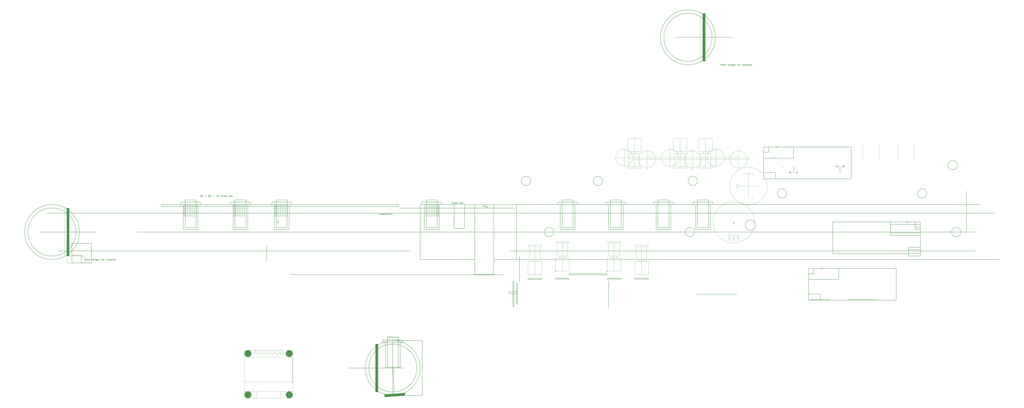
<source format=gbr>
%TF.GenerationSoftware,KiCad,Pcbnew,(6.0.5)*%
%TF.CreationDate,2022-07-01T10:57:45+02:00*%
%TF.ProjectId,clarinoid-bodytest,636c6172-696e-46f6-9964-2d626f647974,rev?*%
%TF.SameCoordinates,Original*%
%TF.FileFunction,Other,Comment*%
%FSLAX46Y46*%
G04 Gerber Fmt 4.6, Leading zero omitted, Abs format (unit mm)*
G04 Created by KiCad (PCBNEW (6.0.5)) date 2022-07-01 10:57:45*
%MOMM*%
%LPD*%
G01*
G04 APERTURE LIST*
%ADD10C,0.150000*%
%ADD11C,0.200000*%
%ADD12C,0.050000*%
%ADD13C,0.000000*%
%ADD14C,0.120000*%
%ADD15C,2.000000*%
G04 APERTURE END LIST*
D10*
X-132176207Y-252392523D02*
X-114676207Y-252392523D01*
X-114676207Y-252392523D02*
X-114676207Y-258892523D01*
X-114676207Y-258892523D02*
X-132176207Y-258892523D01*
X-132176207Y-258892523D02*
X-132176207Y-252392523D01*
X-465839196Y-212497034D02*
X-459439196Y-212497034D01*
X-459439196Y-212497034D02*
X-459439196Y-228597034D01*
X-459439196Y-228597034D02*
X-465839196Y-228597034D01*
X-465839196Y-228597034D02*
X-465839196Y-212497034D01*
X-130176207Y-270892523D02*
X-120376207Y-270892523D01*
X-120376207Y-270892523D02*
X-120376207Y-270392523D01*
X-120376207Y-270392523D02*
X-130176207Y-270392523D01*
X-130176207Y-270392523D02*
X-130176207Y-270892523D01*
X-466889196Y-229697034D02*
X-458389196Y-229697034D01*
X-458389196Y-229697034D02*
X-458389196Y-215197034D01*
X-458389196Y-215197034D02*
X-466889196Y-215197034D01*
X-466889196Y-215197034D02*
X-466889196Y-229697034D01*
D11*
X-124158886Y-252392523D02*
G75*
G03*
X-124158886Y-252392523I-297321J0D01*
G01*
D10*
X-132176207Y-252392523D02*
X-129176207Y-252392523D01*
X-129176207Y-252392523D02*
X-129176207Y-255392523D01*
X-129176207Y-255392523D02*
X-132176207Y-255392523D01*
X-132176207Y-255392523D02*
X-132176207Y-252392523D01*
X-399961927Y-310437033D02*
X-367089466Y-310437033D01*
X-368289467Y-295537033D02*
X-379789468Y-295537033D01*
X-379789467Y-294037033D01*
X-368289467Y-294037033D01*
X-368289467Y-295537033D01*
X-303426696Y-217197034D02*
X-370289196Y-217197034D01*
X-494839196Y-212497034D02*
X-488439196Y-212497034D01*
X-488439196Y-212497034D02*
X-488439196Y-228597034D01*
X-488439196Y-228597034D02*
X-494839196Y-228597034D01*
X-494839196Y-228597034D02*
X-494839196Y-212497034D01*
X-332339196Y-215197034D02*
X-338339196Y-215197034D01*
X-338339196Y-215197034D02*
X-338339196Y-229197034D01*
X-338339196Y-229197034D02*
X-332339196Y-229197034D01*
X-332339196Y-229197034D02*
X-332339196Y-215197034D01*
X-364139196Y-242197034D02*
X-568639196Y-242197034D01*
X-494389196Y-222197034D02*
X-494389196Y-215197034D01*
X-558265196Y-231197034D02*
G75*
G03*
X-558265196Y-231197034I-14000000J0D01*
G01*
X-35251696Y-231197034D02*
X-522626696Y-231197034D01*
X-302139196Y-215197034D02*
X-315339196Y-215197034D01*
X-315339196Y-215197034D02*
X-315339196Y-247197034D01*
X-315339196Y-247197034D02*
X-302139196Y-247197034D01*
X-302139196Y-247197034D02*
X-302139196Y-215197034D01*
X-459389196Y-222197034D02*
X-459389196Y-215197034D01*
X-347589196Y-215197034D02*
X-347589196Y-222197034D01*
D12*
X-194887926Y-106697034D02*
X-193851696Y-106697034D01*
X-193851696Y-106697034D02*
X-193851696Y-128697034D01*
X-193851696Y-128697034D02*
X-194887926Y-128697034D01*
X-194887926Y-128697034D02*
X-194887926Y-106697034D01*
D10*
X-437389196Y-222197034D02*
X-437389196Y-215197034D01*
X-302139196Y-247197034D02*
X-21139196Y-247197034D01*
X-444389196Y-215197034D02*
X-432889196Y-215197034D01*
X-432889196Y-215197034D02*
X-432889196Y-213697034D01*
X-432889196Y-213697034D02*
X-444389196Y-213697034D01*
X-444389196Y-213697034D02*
X-444389196Y-215197034D01*
X-196789196Y-228597034D02*
X-190389196Y-228597034D01*
X-190389196Y-228597034D02*
X-190389196Y-212497034D01*
X-190389196Y-212497034D02*
X-196789196Y-212497034D01*
X-196789196Y-212497034D02*
X-196789196Y-228597034D01*
X-442389196Y-222197034D02*
X-442389196Y-215197034D01*
X-132176207Y-252392523D02*
X-81176207Y-252392523D01*
X-81176207Y-252392523D02*
X-81176207Y-270892523D01*
X-81176207Y-270892523D02*
X-132176207Y-270892523D01*
X-132176207Y-270892523D02*
X-132176207Y-252392523D01*
X-492389196Y-222197034D02*
X-492389196Y-215197034D01*
X-233339196Y-258597034D02*
X-225339196Y-258597034D01*
X-225339196Y-258597034D02*
X-225339196Y-258097034D01*
X-225339196Y-258097034D02*
X-233339196Y-258097034D01*
X-233339196Y-258097034D02*
X-233339196Y-258597034D01*
X-489389196Y-215197034D02*
X-489389196Y-222197034D01*
X-463389196Y-222197034D02*
X-463389196Y-215197034D01*
X-462389196Y-215197034D02*
X-462389196Y-222197034D01*
X-465389196Y-222197034D02*
X-465389196Y-215197034D01*
X-438389196Y-215197034D02*
X-438389196Y-222197034D01*
X-67119196Y-241522034D02*
X-73989196Y-241522034D01*
X-73989196Y-241522034D02*
X-73989196Y-245197034D01*
X-73989196Y-245197034D02*
X-67119196Y-245197034D01*
X-67119196Y-245197034D02*
X-67119196Y-241522034D01*
X-357089196Y-213697034D02*
X-345589196Y-213697034D01*
X-345589196Y-213697034D02*
X-345589196Y-215197034D01*
X-345589196Y-215197034D02*
X-357089196Y-215197034D01*
X-357089196Y-215197034D02*
X-357089196Y-213697034D01*
X-370639196Y-215197034D02*
X-508639196Y-215197034D01*
X-508639196Y-215197034D02*
X-508639196Y-216197034D01*
X-508639196Y-216197034D02*
X-370639196Y-216197034D01*
X-370639196Y-216197034D02*
X-370639196Y-215197034D01*
X-188351696Y-117697034D02*
G75*
G03*
X-188351696Y-117697034I-14000000J0D01*
G01*
D12*
X-564801426Y-220197034D02*
X-563765196Y-220197034D01*
X-563765196Y-220197034D02*
X-563765196Y-242197034D01*
X-563765196Y-242197034D02*
X-564801426Y-242197034D01*
X-564801426Y-242197034D02*
X-564801426Y-220197034D01*
D10*
X-175551696Y-226197034D02*
G75*
G03*
X-175551696Y-226197034I-200000J0D01*
G01*
X-579201427Y-231197034D02*
X-546328966Y-231197034D01*
X-377239467Y-292837033D02*
X-370839467Y-292837033D01*
X-370839467Y-292837033D02*
X-370839467Y-292202033D01*
X-370839467Y-292202033D02*
X-377239467Y-292202033D01*
X-377239467Y-292202033D02*
X-377239467Y-292837033D01*
X-556251426Y-231197034D02*
G75*
G03*
X-556251426Y-231197034I-16000000J0D01*
G01*
X-70119196Y-229697034D02*
X-67119196Y-229697034D01*
X-67119196Y-229697034D02*
X-67119196Y-226697034D01*
X-67119196Y-226697034D02*
X-70119196Y-226697034D01*
X-70119196Y-226697034D02*
X-70119196Y-229697034D01*
X-348589196Y-215197034D02*
X-348589196Y-222197034D01*
X-495889196Y-229697034D02*
X-487389196Y-229697034D01*
X-487389196Y-229697034D02*
X-487389196Y-215197034D01*
X-487389196Y-215197034D02*
X-495889196Y-215197034D01*
X-495889196Y-215197034D02*
X-495889196Y-229697034D01*
X-84619196Y-233197034D02*
X-67119196Y-233197034D01*
X-67119196Y-233197034D02*
X-67119196Y-226697034D01*
X-67119196Y-226697034D02*
X-84619196Y-226697034D01*
X-84619196Y-226697034D02*
X-84619196Y-233197034D01*
X-370626696Y-220162034D02*
X-24026696Y-220162034D01*
X-370839467Y-310037033D02*
X-377239467Y-310037033D01*
X-377239467Y-292837033D01*
X-370839467Y-292837033D01*
X-370839467Y-310037033D01*
X-468389196Y-215197034D02*
X-456889196Y-215197034D01*
X-456889196Y-215197034D02*
X-456889196Y-213697034D01*
X-456889196Y-213697034D02*
X-468389196Y-213697034D01*
X-468389196Y-213697034D02*
X-468389196Y-215197034D01*
X-497389196Y-215197034D02*
X-485889196Y-215197034D01*
X-485889196Y-215197034D02*
X-485889196Y-213697034D01*
X-485889196Y-213697034D02*
X-497389196Y-213697034D01*
X-497389196Y-213697034D02*
X-497389196Y-215197034D01*
X-349589196Y-215197034D02*
X-349589196Y-222197034D01*
X-442889196Y-229697034D02*
X-434389196Y-229697034D01*
X-434389196Y-229697034D02*
X-434389196Y-215197034D01*
X-434389196Y-215197034D02*
X-442889196Y-215197034D01*
X-442889196Y-215197034D02*
X-442889196Y-229697034D01*
X-440439196Y-225277034D02*
G75*
G03*
X-440439196Y-225277034I-500000J0D01*
G01*
X-447439196Y-248277034D02*
X-447439196Y-239277034D01*
X-495389196Y-222197034D02*
X-495389196Y-215197034D01*
D13*
G36*
X-366851878Y-326517994D02*
G01*
X-378822646Y-327355072D01*
X-378934257Y-325758970D01*
X-366963488Y-324921892D01*
X-366851878Y-326517994D01*
G37*
D10*
X-248589196Y-215197034D02*
X-240089196Y-215197034D01*
X-240089196Y-215197034D02*
X-240089196Y-229697034D01*
X-240089196Y-229697034D02*
X-248589196Y-229697034D01*
X-248589196Y-229697034D02*
X-248589196Y-215197034D01*
X-370626696Y-220162034D02*
X-575126696Y-220162034D01*
X-199339196Y-213697034D02*
X-187839196Y-213697034D01*
X-187839196Y-213697034D02*
X-187839196Y-215197034D01*
X-187839196Y-215197034D02*
X-199339196Y-215197034D01*
X-199339196Y-215197034D02*
X-199339196Y-213697034D01*
X-488389196Y-222197034D02*
X-488389196Y-215197034D01*
X-275539196Y-228597034D02*
X-269139196Y-228597034D01*
X-269139196Y-228597034D02*
X-269139196Y-212497034D01*
X-269139196Y-212497034D02*
X-275539196Y-212497034D01*
X-275539196Y-212497034D02*
X-275539196Y-228597034D01*
G36*
X-382525697Y-324437033D02*
G01*
X-384125697Y-324437033D01*
X-384125697Y-296437033D01*
X-382525697Y-296437033D01*
X-382525697Y-324437033D01*
G37*
X-350589196Y-215197034D02*
X-350589196Y-222197034D01*
X-351589196Y-222197034D02*
X-351589196Y-215197034D01*
X-461389196Y-222197034D02*
X-461389196Y-215197034D01*
X-358039467Y-310437033D02*
G75*
G03*
X-358039467Y-310437033I-16000000J0D01*
G01*
X-249144196Y-253962034D02*
G75*
G03*
X-249144196Y-253962034I-250000J0D01*
G01*
D12*
X-564801426Y-217197034D02*
X-563765196Y-217197034D01*
X-563765196Y-217197034D02*
X-563765196Y-220197034D01*
X-563765196Y-220197034D02*
X-564801426Y-220197034D01*
X-564801426Y-220197034D02*
X-564801426Y-217197034D01*
G36*
X-192251696Y-103697034D02*
G01*
X-193851696Y-103697034D01*
X-193851696Y-131697034D01*
X-192251696Y-131697034D01*
X-192251696Y-103697034D01*
G37*
D10*
X-125306207Y-267217523D02*
X-132176207Y-267217523D01*
X-132176207Y-267217523D02*
X-132176207Y-270892523D01*
X-132176207Y-270892523D02*
X-125306207Y-270892523D01*
X-125306207Y-270892523D02*
X-125306207Y-267217523D01*
X-466389196Y-222197034D02*
X-466389196Y-215197034D01*
X-354589196Y-215197034D02*
X-354589196Y-222197034D01*
X-219789196Y-228597034D02*
X-213389196Y-228597034D01*
X-213389196Y-228597034D02*
X-213389196Y-212497034D01*
X-213389196Y-212497034D02*
X-219789196Y-212497034D01*
X-219789196Y-212497034D02*
X-219789196Y-228597034D01*
X-209287927Y-117697034D02*
X-176415466Y-117697034D01*
X-303639196Y-259697034D02*
X-304139196Y-259697034D01*
X-304139196Y-259697034D02*
X-304139196Y-274697034D01*
X-304139196Y-274697034D02*
X-303639196Y-274697034D01*
X-303639196Y-274697034D02*
X-303639196Y-259697034D01*
X-197851696Y-267397034D02*
X-173851696Y-267397034D01*
X-440389196Y-222197034D02*
X-440389196Y-215197034D01*
X-40339196Y-231197034D02*
X-40339196Y-207197034D01*
D11*
X-248540174Y-259697034D02*
X-248540174Y-275197034D01*
D10*
X-276589196Y-215197034D02*
X-268089196Y-215197034D01*
X-268089196Y-215197034D02*
X-268089196Y-229697034D01*
X-268089196Y-229697034D02*
X-276589196Y-229697034D01*
X-276589196Y-229697034D02*
X-276589196Y-215197034D01*
D12*
X-194887926Y-103697034D02*
X-193851696Y-103697034D01*
X-193851696Y-103697034D02*
X-193851696Y-106697034D01*
X-193851696Y-106697034D02*
X-194887926Y-106697034D01*
X-194887926Y-106697034D02*
X-194887926Y-103697034D01*
D10*
X-220839196Y-215197034D02*
X-212339196Y-215197034D01*
X-212339196Y-215197034D02*
X-212339196Y-229697034D01*
X-212339196Y-229697034D02*
X-220839196Y-229697034D01*
X-220839196Y-229697034D02*
X-220839196Y-215197034D01*
X-315339196Y-215197034D02*
X-326339196Y-215197034D01*
X-326339196Y-215197034D02*
X-326339196Y-256197034D01*
X-326339196Y-256197034D02*
X-315339196Y-256197034D01*
X-315339196Y-256197034D02*
X-315339196Y-215197034D01*
X-433581696Y-255962034D02*
X-309394196Y-255962034D01*
X-352589196Y-215197034D02*
X-352589196Y-222197034D01*
D12*
X-564801426Y-242197034D02*
X-563765196Y-242197034D01*
X-563765196Y-242197034D02*
X-563765196Y-245197034D01*
X-563765196Y-245197034D02*
X-564801426Y-245197034D01*
X-564801426Y-245197034D02*
X-564801426Y-242197034D01*
D10*
X-360025697Y-310437033D02*
G75*
G03*
X-360025697Y-310437033I-14000000J0D01*
G01*
X-305639196Y-242197034D02*
X-35139196Y-242197034D01*
X-301526696Y-267197034D02*
X-306526696Y-267197034D01*
X-306526696Y-267197034D02*
X-306526696Y-265997034D01*
X-306526696Y-265997034D02*
X-301526696Y-265997034D01*
X-301526696Y-265997034D02*
X-301526696Y-267197034D01*
X-436389196Y-215197034D02*
X-436389196Y-222197034D01*
X-441839196Y-212497034D02*
X-435439196Y-212497034D01*
X-435439196Y-212497034D02*
X-435439196Y-228597034D01*
X-435439196Y-228597034D02*
X-441839196Y-228597034D01*
X-441839196Y-228597034D02*
X-441839196Y-212497034D01*
X-354539196Y-228597034D02*
X-348139196Y-228597034D01*
X-348139196Y-228597034D02*
X-348139196Y-212497034D01*
X-348139196Y-212497034D02*
X-354539196Y-212497034D01*
X-354539196Y-212497034D02*
X-354539196Y-228597034D01*
X-374025697Y-310437033D02*
X-373063197Y-324402033D01*
X-464389196Y-222197034D02*
X-464389196Y-215197034D01*
X-326339196Y-215197034D02*
X-358039196Y-215197034D01*
X-358039196Y-215197034D02*
X-358039196Y-247197034D01*
X-358039196Y-247197034D02*
X-326339196Y-247197034D01*
X-326339196Y-247197034D02*
X-326339196Y-215197034D01*
X-374039467Y-294437033D02*
X-356863197Y-294437033D01*
X-356863197Y-294437033D02*
X-356863197Y-326437033D01*
X-356863197Y-326437033D02*
X-374039467Y-326437033D01*
X-374039467Y-326437033D02*
X-374039467Y-294437033D01*
X-301526696Y-261197034D02*
X-302026696Y-261197034D01*
X-302026696Y-261197034D02*
X-302026696Y-273197034D01*
X-302026696Y-273197034D02*
X-301526696Y-273197034D01*
X-301526696Y-273197034D02*
X-301526696Y-261197034D01*
X-560658158Y-249197034D02*
X-549365196Y-249197034D01*
X-549365196Y-249197034D02*
X-549365196Y-237797034D01*
X-549365196Y-237797034D02*
X-560658158Y-237797034D01*
X-560658158Y-237797034D02*
X-560658158Y-249197034D01*
X-279144196Y-253962034D02*
G75*
G03*
X-279144196Y-253962034I-250000J0D01*
G01*
D12*
X-553128966Y-245197034D02*
X-563765196Y-245197034D01*
X-563765196Y-245197034D02*
X-563765196Y-249197034D01*
X-563765196Y-249197034D02*
X-553128966Y-249197034D01*
X-553128966Y-249197034D02*
X-553128966Y-245197034D01*
D10*
X-197839196Y-215197034D02*
X-189339196Y-215197034D01*
X-189339196Y-215197034D02*
X-189339196Y-229697034D01*
X-189339196Y-229697034D02*
X-197839196Y-229697034D01*
X-197839196Y-229697034D02*
X-197839196Y-215197034D01*
X-369789467Y-310037033D02*
X-378289468Y-310037033D01*
X-378289468Y-295537033D01*
X-369789467Y-295537033D01*
X-369789467Y-310037033D01*
X-279339196Y-258597034D02*
X-271339196Y-258597034D01*
X-271339196Y-258597034D02*
X-271339196Y-258097034D01*
X-271339196Y-258097034D02*
X-279339196Y-258097034D01*
X-279339196Y-258097034D02*
X-279339196Y-258597034D01*
X-278089196Y-213697034D02*
X-266589196Y-213697034D01*
X-266589196Y-213697034D02*
X-266589196Y-215197034D01*
X-266589196Y-215197034D02*
X-278089196Y-215197034D01*
X-278089196Y-215197034D02*
X-278089196Y-213697034D01*
X-250089196Y-213697034D02*
X-238589196Y-213697034D01*
X-238589196Y-213697034D02*
X-238589196Y-215197034D01*
X-238589196Y-215197034D02*
X-250089196Y-215197034D01*
X-250089196Y-215197034D02*
X-250089196Y-213697034D01*
X-222339196Y-213697034D02*
X-210839196Y-213697034D01*
X-210839196Y-213697034D02*
X-210839196Y-215197034D01*
X-210839196Y-215197034D02*
X-222339196Y-215197034D01*
X-222339196Y-215197034D02*
X-222339196Y-213697034D01*
D12*
X-194887926Y-128697034D02*
X-193851696Y-128697034D01*
X-193851696Y-128697034D02*
X-193851696Y-131697034D01*
X-193851696Y-131697034D02*
X-194887926Y-131697034D01*
X-194887926Y-131697034D02*
X-194887926Y-128697034D01*
D10*
X-355589196Y-215197034D02*
X-347089196Y-215197034D01*
X-347089196Y-215197034D02*
X-347089196Y-229697034D01*
X-347089196Y-229697034D02*
X-355589196Y-229697034D01*
X-355589196Y-229697034D02*
X-355589196Y-215197034D01*
X-249339196Y-258597034D02*
X-241339196Y-258597034D01*
X-241339196Y-258597034D02*
X-241339196Y-258097034D01*
X-241339196Y-258097034D02*
X-249339196Y-258097034D01*
X-249339196Y-258097034D02*
X-249339196Y-258597034D01*
X-435389196Y-222197034D02*
X-435389196Y-215197034D01*
X-295389196Y-258797034D02*
X-287389196Y-258797034D01*
X-287389196Y-258797034D02*
X-287389196Y-258297034D01*
X-287389196Y-258297034D02*
X-295389196Y-258297034D01*
X-295389196Y-258297034D02*
X-295389196Y-258797034D01*
X-108676207Y-270892523D02*
X-93926207Y-270892523D01*
X-93926207Y-270892523D02*
X-93926207Y-270392523D01*
X-93926207Y-270392523D02*
X-108676207Y-270392523D01*
X-108676207Y-270392523D02*
X-108676207Y-270892523D01*
X-491389196Y-215197034D02*
X-491389196Y-222197034D01*
X-186337926Y-117697034D02*
G75*
G03*
X-186337926Y-117697034I-16000000J0D01*
G01*
X-353589196Y-222197034D02*
X-353589196Y-215197034D01*
X-560658158Y-244697034D02*
X-555265196Y-244697034D01*
X-555265196Y-244697034D02*
X-555265196Y-249197034D01*
X-555265196Y-249197034D02*
X-560658158Y-249197034D01*
X-560658158Y-249197034D02*
X-560658158Y-244697034D01*
X-460389196Y-215197034D02*
X-460389196Y-222197034D01*
X-441389196Y-222197034D02*
X-441389196Y-215197034D01*
X-247539196Y-228597034D02*
X-241139196Y-228597034D01*
X-241139196Y-228597034D02*
X-241139196Y-212497034D01*
X-241139196Y-212497034D02*
X-247539196Y-212497034D01*
X-247539196Y-212497034D02*
X-247539196Y-228597034D01*
X-493389196Y-222197034D02*
X-493389196Y-215197034D01*
X-300339196Y-245197034D02*
X-300339196Y-260197034D01*
X-302139196Y-215197034D02*
X-32039196Y-215197034D01*
X-271394196Y-256197034D02*
X-249394196Y-256197034D01*
X-249394196Y-256197034D02*
X-249394196Y-255432034D01*
X-249394196Y-255432034D02*
X-271394196Y-255432034D01*
X-271394196Y-255432034D02*
X-271394196Y-256197034D01*
X-439389196Y-222197034D02*
X-439389196Y-215197034D01*
X-490389196Y-222197034D02*
X-490389196Y-215197034D01*
G36*
X-562165196Y-217197034D02*
G01*
X-563765196Y-217197034D01*
X-563765196Y-245197034D01*
X-562165196Y-245197034D01*
X-562165196Y-217197034D01*
G37*
X-321553481Y-216649414D02*
X-321553481Y-215982748D01*
X-321553481Y-216173224D02*
X-321505862Y-216077986D01*
X-321458243Y-216030367D01*
X-321363005Y-215982748D01*
X-321267767Y-215982748D01*
X-320934434Y-216649414D02*
X-320934434Y-215982748D01*
X-320934434Y-215649414D02*
X-320982053Y-215697034D01*
X-320934434Y-215744653D01*
X-320886815Y-215697034D01*
X-320934434Y-215649414D01*
X-320934434Y-215744653D01*
X-320458243Y-215982748D02*
X-320458243Y-216649414D01*
X-320458243Y-216077986D02*
X-320410624Y-216030367D01*
X-320315386Y-215982748D01*
X-320172529Y-215982748D01*
X-320077291Y-216030367D01*
X-320029672Y-216125605D01*
X-320029672Y-216649414D01*
X-319124910Y-215982748D02*
X-319124910Y-216792272D01*
X-319172529Y-216887510D01*
X-319220148Y-216935129D01*
X-319315386Y-216982748D01*
X-319458243Y-216982748D01*
X-319553481Y-216935129D01*
X-319124910Y-216601795D02*
X-319220148Y-216649414D01*
X-319410624Y-216649414D01*
X-319505862Y-216601795D01*
X-319553481Y-216554176D01*
X-319601100Y-216458938D01*
X-319601100Y-216173224D01*
X-319553481Y-216077986D01*
X-319505862Y-216030367D01*
X-319410624Y-215982748D01*
X-319220148Y-215982748D01*
X-319124910Y-216030367D01*
X-374948719Y-220625605D02*
X-374615386Y-220625605D01*
X-374615386Y-221149414D02*
X-374615386Y-220149414D01*
X-375091576Y-220149414D01*
X-375377291Y-220149414D02*
X-376043957Y-221149414D01*
X-376043957Y-220149414D02*
X-375377291Y-221149414D01*
X-377567767Y-221101795D02*
X-377472529Y-221149414D01*
X-377282053Y-221149414D01*
X-377186815Y-221101795D01*
X-377139196Y-221006557D01*
X-377139196Y-220625605D01*
X-377186815Y-220530367D01*
X-377282053Y-220482748D01*
X-377472529Y-220482748D01*
X-377567767Y-220530367D01*
X-377615386Y-220625605D01*
X-377615386Y-220720843D01*
X-377139196Y-220816081D01*
X-378043957Y-220482748D02*
X-378043957Y-221149414D01*
X-378043957Y-220577986D02*
X-378091576Y-220530367D01*
X-378186815Y-220482748D01*
X-378329672Y-220482748D01*
X-378424910Y-220530367D01*
X-378472529Y-220625605D01*
X-378472529Y-221149414D01*
X-379377291Y-221149414D02*
X-379377291Y-220625605D01*
X-379329672Y-220530367D01*
X-379234434Y-220482748D01*
X-379043957Y-220482748D01*
X-378948719Y-220530367D01*
X-379377291Y-221101795D02*
X-379282053Y-221149414D01*
X-379043957Y-221149414D01*
X-378948719Y-221101795D01*
X-378901100Y-221006557D01*
X-378901100Y-220911319D01*
X-378948719Y-220816081D01*
X-379043957Y-220768462D01*
X-379282053Y-220768462D01*
X-379377291Y-220720843D01*
X-379853481Y-221149414D02*
X-379853481Y-220149414D01*
X-379853481Y-220530367D02*
X-379948719Y-220482748D01*
X-380139196Y-220482748D01*
X-380234434Y-220530367D01*
X-380282053Y-220577986D01*
X-380329672Y-220673224D01*
X-380329672Y-220958938D01*
X-380282053Y-221054176D01*
X-380234434Y-221101795D01*
X-380139196Y-221149414D01*
X-379948719Y-221149414D01*
X-379853481Y-221101795D01*
X-380901100Y-221149414D02*
X-380805862Y-221101795D01*
X-380758243Y-221006557D01*
X-380758243Y-220149414D01*
X-381663005Y-221101795D02*
X-381567767Y-221149414D01*
X-381377291Y-221149414D01*
X-381282053Y-221101795D01*
X-381234434Y-221006557D01*
X-381234434Y-220625605D01*
X-381282053Y-220530367D01*
X-381377291Y-220482748D01*
X-381567767Y-220482748D01*
X-381663005Y-220530367D01*
X-381710624Y-220625605D01*
X-381710624Y-220720843D01*
X-381234434Y-220816081D01*
X-182875505Y-133482748D02*
X-182875505Y-134149414D01*
X-183113600Y-133101795D02*
X-183351696Y-133816081D01*
X-182732648Y-133816081D01*
X-182351696Y-134149414D02*
X-182351696Y-133482748D01*
X-182351696Y-133577986D02*
X-182304076Y-133530367D01*
X-182208838Y-133482748D01*
X-182065981Y-133482748D01*
X-181970743Y-133530367D01*
X-181923124Y-133625605D01*
X-181923124Y-134149414D01*
X-181923124Y-133625605D02*
X-181875505Y-133530367D01*
X-181780267Y-133482748D01*
X-181637410Y-133482748D01*
X-181542172Y-133530367D01*
X-181494553Y-133625605D01*
X-181494553Y-134149414D01*
X-181018362Y-134149414D02*
X-181018362Y-133482748D01*
X-181018362Y-133577986D02*
X-180970743Y-133530367D01*
X-180875505Y-133482748D01*
X-180732648Y-133482748D01*
X-180637410Y-133530367D01*
X-180589791Y-133625605D01*
X-180589791Y-134149414D01*
X-180589791Y-133625605D02*
X-180542172Y-133530367D01*
X-180446934Y-133482748D01*
X-180304076Y-133482748D01*
X-180208838Y-133530367D01*
X-180161219Y-133625605D01*
X-180161219Y-134149414D01*
X-178780267Y-134149414D02*
X-178875505Y-134101795D01*
X-178923124Y-134006557D01*
X-178923124Y-133149414D01*
X-178256457Y-134149414D02*
X-178351696Y-134101795D01*
X-178399315Y-134054176D01*
X-178446934Y-133958938D01*
X-178446934Y-133673224D01*
X-178399315Y-133577986D01*
X-178351696Y-133530367D01*
X-178256457Y-133482748D01*
X-178113600Y-133482748D01*
X-178018362Y-133530367D01*
X-177970743Y-133577986D01*
X-177923124Y-133673224D01*
X-177923124Y-133958938D01*
X-177970743Y-134054176D01*
X-178018362Y-134101795D01*
X-178113600Y-134149414D01*
X-178256457Y-134149414D01*
X-177494553Y-133482748D02*
X-177494553Y-134149414D01*
X-177494553Y-133577986D02*
X-177446934Y-133530367D01*
X-177351696Y-133482748D01*
X-177208838Y-133482748D01*
X-177113600Y-133530367D01*
X-177065981Y-133625605D01*
X-177065981Y-134149414D01*
X-176161219Y-133482748D02*
X-176161219Y-134292272D01*
X-176208838Y-134387510D01*
X-176256457Y-134435129D01*
X-176351696Y-134482748D01*
X-176494553Y-134482748D01*
X-176589791Y-134435129D01*
X-176161219Y-134101795D02*
X-176256457Y-134149414D01*
X-176446934Y-134149414D01*
X-176542172Y-134101795D01*
X-176589791Y-134054176D01*
X-176637410Y-133958938D01*
X-176637410Y-133673224D01*
X-176589791Y-133577986D01*
X-176542172Y-133530367D01*
X-176446934Y-133482748D01*
X-176256457Y-133482748D01*
X-176161219Y-133530367D01*
X-175304076Y-134101795D02*
X-175399315Y-134149414D01*
X-175589791Y-134149414D01*
X-175685029Y-134101795D01*
X-175732648Y-134006557D01*
X-175732648Y-133625605D01*
X-175685029Y-133530367D01*
X-175589791Y-133482748D01*
X-175399315Y-133482748D01*
X-175304076Y-133530367D01*
X-175256457Y-133625605D01*
X-175256457Y-133720843D01*
X-175732648Y-133816081D01*
X-174827886Y-134149414D02*
X-174827886Y-133482748D01*
X-174827886Y-133673224D02*
X-174780267Y-133577986D01*
X-174732648Y-133530367D01*
X-174637410Y-133482748D01*
X-174542172Y-133482748D01*
X-173589791Y-133482748D02*
X-173208838Y-133482748D01*
X-173446934Y-134149414D02*
X-173446934Y-133292272D01*
X-173399315Y-133197034D01*
X-173304076Y-133149414D01*
X-173208838Y-133149414D01*
X-172732648Y-134149414D02*
X-172827886Y-134101795D01*
X-172875505Y-134054176D01*
X-172923124Y-133958938D01*
X-172923124Y-133673224D01*
X-172875505Y-133577986D01*
X-172827886Y-133530367D01*
X-172732648Y-133482748D01*
X-172589791Y-133482748D01*
X-172494553Y-133530367D01*
X-172446934Y-133577986D01*
X-172399315Y-133673224D01*
X-172399315Y-133958938D01*
X-172446934Y-134054176D01*
X-172494553Y-134101795D01*
X-172589791Y-134149414D01*
X-172732648Y-134149414D01*
X-171970743Y-134149414D02*
X-171970743Y-133482748D01*
X-171970743Y-133673224D02*
X-171923124Y-133577986D01*
X-171875505Y-133530367D01*
X-171780267Y-133482748D01*
X-171685029Y-133482748D01*
X-170446934Y-134149414D02*
X-170542172Y-134101795D01*
X-170589791Y-134054176D01*
X-170637410Y-133958938D01*
X-170637410Y-133673224D01*
X-170589791Y-133577986D01*
X-170542172Y-133530367D01*
X-170446934Y-133482748D01*
X-170304076Y-133482748D01*
X-170208838Y-133530367D01*
X-170161219Y-133577986D01*
X-170113600Y-133673224D01*
X-170113600Y-133958938D01*
X-170161219Y-134054176D01*
X-170208838Y-134101795D01*
X-170304076Y-134149414D01*
X-170446934Y-134149414D01*
X-169256457Y-134101795D02*
X-169351696Y-134149414D01*
X-169542172Y-134149414D01*
X-169637410Y-134101795D01*
X-169685029Y-134054176D01*
X-169732648Y-133958938D01*
X-169732648Y-133673224D01*
X-169685029Y-133577986D01*
X-169637410Y-133530367D01*
X-169542172Y-133482748D01*
X-169351696Y-133482748D01*
X-169256457Y-133530367D01*
X-168970743Y-133482748D02*
X-168589791Y-133482748D01*
X-168827886Y-133149414D02*
X-168827886Y-134006557D01*
X-168780267Y-134101795D01*
X-168685029Y-134149414D01*
X-168589791Y-134149414D01*
X-167827886Y-134149414D02*
X-167827886Y-133625605D01*
X-167875505Y-133530367D01*
X-167970743Y-133482748D01*
X-168161219Y-133482748D01*
X-168256457Y-133530367D01*
X-167827886Y-134101795D02*
X-167923124Y-134149414D01*
X-168161219Y-134149414D01*
X-168256457Y-134101795D01*
X-168304076Y-134006557D01*
X-168304076Y-133911319D01*
X-168256457Y-133816081D01*
X-168161219Y-133768462D01*
X-167923124Y-133768462D01*
X-167827886Y-133720843D01*
X-167446934Y-133482748D02*
X-167208838Y-134149414D01*
X-166970743Y-133482748D01*
X-166208838Y-134101795D02*
X-166304076Y-134149414D01*
X-166494553Y-134149414D01*
X-166589791Y-134101795D01*
X-166637410Y-134006557D01*
X-166637410Y-133625605D01*
X-166589791Y-133530367D01*
X-166494553Y-133482748D01*
X-166304076Y-133482748D01*
X-166208838Y-133530367D01*
X-166161219Y-133625605D01*
X-166161219Y-133720843D01*
X-166637410Y-133816081D01*
X-165780267Y-134101795D02*
X-165685029Y-134149414D01*
X-165494553Y-134149414D01*
X-165399315Y-134101795D01*
X-165351696Y-134006557D01*
X-165351696Y-133958938D01*
X-165399315Y-133863700D01*
X-165494553Y-133816081D01*
X-165637410Y-133816081D01*
X-165732648Y-133768462D01*
X-165780267Y-133673224D01*
X-165780267Y-133625605D01*
X-165732648Y-133530367D01*
X-165637410Y-133482748D01*
X-165494553Y-133482748D01*
X-165399315Y-133530367D01*
X-552789005Y-246982748D02*
X-552789005Y-247649414D01*
X-553027100Y-246601795D02*
X-553265196Y-247316081D01*
X-552646148Y-247316081D01*
X-552265196Y-247649414D02*
X-552265196Y-246982748D01*
X-552265196Y-247077986D02*
X-552217576Y-247030367D01*
X-552122338Y-246982748D01*
X-551979481Y-246982748D01*
X-551884243Y-247030367D01*
X-551836624Y-247125605D01*
X-551836624Y-247649414D01*
X-551836624Y-247125605D02*
X-551789005Y-247030367D01*
X-551693767Y-246982748D01*
X-551550910Y-246982748D01*
X-551455672Y-247030367D01*
X-551408053Y-247125605D01*
X-551408053Y-247649414D01*
X-550931862Y-247649414D02*
X-550931862Y-246982748D01*
X-550931862Y-247077986D02*
X-550884243Y-247030367D01*
X-550789005Y-246982748D01*
X-550646148Y-246982748D01*
X-550550910Y-247030367D01*
X-550503291Y-247125605D01*
X-550503291Y-247649414D01*
X-550503291Y-247125605D02*
X-550455672Y-247030367D01*
X-550360434Y-246982748D01*
X-550217576Y-246982748D01*
X-550122338Y-247030367D01*
X-550074719Y-247125605D01*
X-550074719Y-247649414D01*
X-548693767Y-247649414D02*
X-548789005Y-247601795D01*
X-548836624Y-247506557D01*
X-548836624Y-246649414D01*
X-548169957Y-247649414D02*
X-548265196Y-247601795D01*
X-548312815Y-247554176D01*
X-548360434Y-247458938D01*
X-548360434Y-247173224D01*
X-548312815Y-247077986D01*
X-548265196Y-247030367D01*
X-548169957Y-246982748D01*
X-548027100Y-246982748D01*
X-547931862Y-247030367D01*
X-547884243Y-247077986D01*
X-547836624Y-247173224D01*
X-547836624Y-247458938D01*
X-547884243Y-247554176D01*
X-547931862Y-247601795D01*
X-548027100Y-247649414D01*
X-548169957Y-247649414D01*
X-547408053Y-246982748D02*
X-547408053Y-247649414D01*
X-547408053Y-247077986D02*
X-547360434Y-247030367D01*
X-547265196Y-246982748D01*
X-547122338Y-246982748D01*
X-547027100Y-247030367D01*
X-546979481Y-247125605D01*
X-546979481Y-247649414D01*
X-546074719Y-246982748D02*
X-546074719Y-247792272D01*
X-546122338Y-247887510D01*
X-546169957Y-247935129D01*
X-546265196Y-247982748D01*
X-546408053Y-247982748D01*
X-546503291Y-247935129D01*
X-546074719Y-247601795D02*
X-546169957Y-247649414D01*
X-546360434Y-247649414D01*
X-546455672Y-247601795D01*
X-546503291Y-247554176D01*
X-546550910Y-247458938D01*
X-546550910Y-247173224D01*
X-546503291Y-247077986D01*
X-546455672Y-247030367D01*
X-546360434Y-246982748D01*
X-546169957Y-246982748D01*
X-546074719Y-247030367D01*
X-545217576Y-247601795D02*
X-545312815Y-247649414D01*
X-545503291Y-247649414D01*
X-545598529Y-247601795D01*
X-545646148Y-247506557D01*
X-545646148Y-247125605D01*
X-545598529Y-247030367D01*
X-545503291Y-246982748D01*
X-545312815Y-246982748D01*
X-545217576Y-247030367D01*
X-545169957Y-247125605D01*
X-545169957Y-247220843D01*
X-545646148Y-247316081D01*
X-544741386Y-247649414D02*
X-544741386Y-246982748D01*
X-544741386Y-247173224D02*
X-544693767Y-247077986D01*
X-544646148Y-247030367D01*
X-544550910Y-246982748D01*
X-544455672Y-246982748D01*
X-543503291Y-246982748D02*
X-543122338Y-246982748D01*
X-543360434Y-247649414D02*
X-543360434Y-246792272D01*
X-543312815Y-246697034D01*
X-543217576Y-246649414D01*
X-543122338Y-246649414D01*
X-542646148Y-247649414D02*
X-542741386Y-247601795D01*
X-542789005Y-247554176D01*
X-542836624Y-247458938D01*
X-542836624Y-247173224D01*
X-542789005Y-247077986D01*
X-542741386Y-247030367D01*
X-542646148Y-246982748D01*
X-542503291Y-246982748D01*
X-542408053Y-247030367D01*
X-542360434Y-247077986D01*
X-542312815Y-247173224D01*
X-542312815Y-247458938D01*
X-542360434Y-247554176D01*
X-542408053Y-247601795D01*
X-542503291Y-247649414D01*
X-542646148Y-247649414D01*
X-541884243Y-247649414D02*
X-541884243Y-246982748D01*
X-541884243Y-247173224D02*
X-541836624Y-247077986D01*
X-541789005Y-247030367D01*
X-541693767Y-246982748D01*
X-541598529Y-246982748D01*
X-540360434Y-247649414D02*
X-540455672Y-247601795D01*
X-540503291Y-247554176D01*
X-540550910Y-247458938D01*
X-540550910Y-247173224D01*
X-540503291Y-247077986D01*
X-540455672Y-247030367D01*
X-540360434Y-246982748D01*
X-540217576Y-246982748D01*
X-540122338Y-247030367D01*
X-540074719Y-247077986D01*
X-540027100Y-247173224D01*
X-540027100Y-247458938D01*
X-540074719Y-247554176D01*
X-540122338Y-247601795D01*
X-540217576Y-247649414D01*
X-540360434Y-247649414D01*
X-539169957Y-247601795D02*
X-539265196Y-247649414D01*
X-539455672Y-247649414D01*
X-539550910Y-247601795D01*
X-539598529Y-247554176D01*
X-539646148Y-247458938D01*
X-539646148Y-247173224D01*
X-539598529Y-247077986D01*
X-539550910Y-247030367D01*
X-539455672Y-246982748D01*
X-539265196Y-246982748D01*
X-539169957Y-247030367D01*
X-538884243Y-246982748D02*
X-538503291Y-246982748D01*
X-538741386Y-246649414D02*
X-538741386Y-247506557D01*
X-538693767Y-247601795D01*
X-538598529Y-247649414D01*
X-538503291Y-247649414D01*
X-537741386Y-247649414D02*
X-537741386Y-247125605D01*
X-537789005Y-247030367D01*
X-537884243Y-246982748D01*
X-538074719Y-246982748D01*
X-538169957Y-247030367D01*
X-537741386Y-247601795D02*
X-537836624Y-247649414D01*
X-538074719Y-247649414D01*
X-538169957Y-247601795D01*
X-538217576Y-247506557D01*
X-538217576Y-247411319D01*
X-538169957Y-247316081D01*
X-538074719Y-247268462D01*
X-537836624Y-247268462D01*
X-537741386Y-247220843D01*
X-537360434Y-246982748D02*
X-537122338Y-247649414D01*
X-536884243Y-246982748D01*
X-536122338Y-247601795D02*
X-536217576Y-247649414D01*
X-536408053Y-247649414D01*
X-536503291Y-247601795D01*
X-536550910Y-247506557D01*
X-536550910Y-247125605D01*
X-536503291Y-247030367D01*
X-536408053Y-246982748D01*
X-536217576Y-246982748D01*
X-536122338Y-247030367D01*
X-536074719Y-247125605D01*
X-536074719Y-247220843D01*
X-536550910Y-247316081D01*
X-535693767Y-247601795D02*
X-535598529Y-247649414D01*
X-535408053Y-247649414D01*
X-535312815Y-247601795D01*
X-535265196Y-247506557D01*
X-535265196Y-247458938D01*
X-535312815Y-247363700D01*
X-535408053Y-247316081D01*
X-535550910Y-247316081D01*
X-535646148Y-247268462D01*
X-535693767Y-247173224D01*
X-535693767Y-247125605D01*
X-535646148Y-247030367D01*
X-535550910Y-246982748D01*
X-535408053Y-246982748D01*
X-535312815Y-247030367D01*
X-467424910Y-210649414D02*
X-467424910Y-209649414D01*
X-467520148Y-210268462D02*
X-467805862Y-210649414D01*
X-467805862Y-209982748D02*
X-467424910Y-210363700D01*
X-468615386Y-210601795D02*
X-468520148Y-210649414D01*
X-468329672Y-210649414D01*
X-468234434Y-210601795D01*
X-468186815Y-210506557D01*
X-468186815Y-210125605D01*
X-468234434Y-210030367D01*
X-468329672Y-209982748D01*
X-468520148Y-209982748D01*
X-468615386Y-210030367D01*
X-468663005Y-210125605D01*
X-468663005Y-210220843D01*
X-468186815Y-210316081D01*
X-468996338Y-209982748D02*
X-469234434Y-210649414D01*
X-469472529Y-209982748D02*
X-469234434Y-210649414D01*
X-469139196Y-210887510D01*
X-469091576Y-210935129D01*
X-468996338Y-210982748D01*
X-470615386Y-209982748D02*
X-470615386Y-210982748D01*
X-470615386Y-210030367D02*
X-470710624Y-209982748D01*
X-470901100Y-209982748D01*
X-470996338Y-210030367D01*
X-471043957Y-210077986D01*
X-471091576Y-210173224D01*
X-471091576Y-210458938D01*
X-471043957Y-210554176D01*
X-470996338Y-210601795D01*
X-470901100Y-210649414D01*
X-470710624Y-210649414D01*
X-470615386Y-210601795D01*
X-471520148Y-210649414D02*
X-471520148Y-209982748D01*
X-471520148Y-209649414D02*
X-471472529Y-209697034D01*
X-471520148Y-209744653D01*
X-471567767Y-209697034D01*
X-471520148Y-209649414D01*
X-471520148Y-209744653D01*
X-471853481Y-209982748D02*
X-472234434Y-209982748D01*
X-471996338Y-209649414D02*
X-471996338Y-210506557D01*
X-472043957Y-210601795D01*
X-472139196Y-210649414D01*
X-472234434Y-210649414D01*
X-472996338Y-210601795D02*
X-472901100Y-210649414D01*
X-472710624Y-210649414D01*
X-472615386Y-210601795D01*
X-472567767Y-210554176D01*
X-472520148Y-210458938D01*
X-472520148Y-210173224D01*
X-472567767Y-210077986D01*
X-472615386Y-210030367D01*
X-472710624Y-209982748D01*
X-472901100Y-209982748D01*
X-472996338Y-210030367D01*
X-473424910Y-210649414D02*
X-473424910Y-209649414D01*
X-473853481Y-210649414D02*
X-473853481Y-210125605D01*
X-473805862Y-210030367D01*
X-473710624Y-209982748D01*
X-473567767Y-209982748D01*
X-473472529Y-210030367D01*
X-473424910Y-210077986D01*
X-475043957Y-209744653D02*
X-475091576Y-209697034D01*
X-475186815Y-209649414D01*
X-475424910Y-209649414D01*
X-475520148Y-209697034D01*
X-475567767Y-209744653D01*
X-475615386Y-209839891D01*
X-475615386Y-209935129D01*
X-475567767Y-210077986D01*
X-474996338Y-210649414D01*
X-475615386Y-210649414D01*
X-476472529Y-209982748D02*
X-476472529Y-210649414D01*
X-476234434Y-209601795D02*
X-475996338Y-210316081D01*
X-476615386Y-210316081D01*
X-477758243Y-210268462D02*
X-478520148Y-210268462D01*
X-479710624Y-209744653D02*
X-479758243Y-209697034D01*
X-479853481Y-209649414D01*
X-480091576Y-209649414D01*
X-480186815Y-209697034D01*
X-480234434Y-209744653D01*
X-480282053Y-209839891D01*
X-480282053Y-209935129D01*
X-480234434Y-210077986D01*
X-479663005Y-210649414D01*
X-480282053Y-210649414D01*
X-480758243Y-210649414D02*
X-480948719Y-210649414D01*
X-481043957Y-210601795D01*
X-481091576Y-210554176D01*
X-481186815Y-210411319D01*
X-481234434Y-210220843D01*
X-481234434Y-209839891D01*
X-481186815Y-209744653D01*
X-481139196Y-209697034D01*
X-481043957Y-209649414D01*
X-480853481Y-209649414D01*
X-480758243Y-209697034D01*
X-480710624Y-209744653D01*
X-480663005Y-209839891D01*
X-480663005Y-210077986D01*
X-480710624Y-210173224D01*
X-480758243Y-210220843D01*
X-480853481Y-210268462D01*
X-481043957Y-210268462D01*
X-481139196Y-210220843D01*
X-481186815Y-210173224D01*
X-481234434Y-210077986D01*
X-482424910Y-210268462D02*
X-483186815Y-210268462D01*
X-484329672Y-209649414D02*
X-484948719Y-209649414D01*
X-484615386Y-210030367D01*
X-484758243Y-210030367D01*
X-484853481Y-210077986D01*
X-484901100Y-210125605D01*
X-484948719Y-210220843D01*
X-484948719Y-210458938D01*
X-484901100Y-210554176D01*
X-484853481Y-210601795D01*
X-484758243Y-210649414D01*
X-484472529Y-210649414D01*
X-484377291Y-210601795D01*
X-484329672Y-210554176D01*
X-485567767Y-209649414D02*
X-485663005Y-209649414D01*
X-485758243Y-209697034D01*
X-485805862Y-209744653D01*
X-485853481Y-209839891D01*
X-485901100Y-210030367D01*
X-485901100Y-210268462D01*
X-485853481Y-210458938D01*
X-485805862Y-210554176D01*
X-485758243Y-210601795D01*
X-485663005Y-210649414D01*
X-485567767Y-210649414D01*
X-485472529Y-210601795D01*
X-485424910Y-210554176D01*
X-485377291Y-210458938D01*
X-485329672Y-210268462D01*
X-485329672Y-210030367D01*
X-485377291Y-209839891D01*
X-485424910Y-209744653D01*
X-485472529Y-209697034D01*
X-485567767Y-209649414D01*
X-339339196Y-214649414D02*
X-339434434Y-214601795D01*
X-339482053Y-214554176D01*
X-339529672Y-214458938D01*
X-339529672Y-214173224D01*
X-339482053Y-214077986D01*
X-339434434Y-214030367D01*
X-339339196Y-213982748D01*
X-339196338Y-213982748D01*
X-339101100Y-214030367D01*
X-339053481Y-214077986D01*
X-339005862Y-214173224D01*
X-339005862Y-214458938D01*
X-339053481Y-214554176D01*
X-339101100Y-214601795D01*
X-339196338Y-214649414D01*
X-339339196Y-214649414D01*
X-338434434Y-214649414D02*
X-338529672Y-214601795D01*
X-338577291Y-214506557D01*
X-338577291Y-213649414D01*
X-337672529Y-214601795D02*
X-337767767Y-214649414D01*
X-337958243Y-214649414D01*
X-338053481Y-214601795D01*
X-338101100Y-214506557D01*
X-338101100Y-214125605D01*
X-338053481Y-214030367D01*
X-337958243Y-213982748D01*
X-337767767Y-213982748D01*
X-337672529Y-214030367D01*
X-337624910Y-214125605D01*
X-337624910Y-214220843D01*
X-338101100Y-214316081D01*
X-336767767Y-214649414D02*
X-336767767Y-213649414D01*
X-336767767Y-214601795D02*
X-336863005Y-214649414D01*
X-337053481Y-214649414D01*
X-337148719Y-214601795D01*
X-337196338Y-214554176D01*
X-337243957Y-214458938D01*
X-337243957Y-214173224D01*
X-337196338Y-214077986D01*
X-337148719Y-214030367D01*
X-337053481Y-213982748D01*
X-336863005Y-213982748D01*
X-336767767Y-214030367D01*
X-335577291Y-214601795D02*
X-335482053Y-214649414D01*
X-335291576Y-214649414D01*
X-335196338Y-214601795D01*
X-335148719Y-214506557D01*
X-335148719Y-214458938D01*
X-335196338Y-214363700D01*
X-335291576Y-214316081D01*
X-335434434Y-214316081D01*
X-335529672Y-214268462D01*
X-335577291Y-214173224D01*
X-335577291Y-214125605D01*
X-335529672Y-214030367D01*
X-335434434Y-213982748D01*
X-335291576Y-213982748D01*
X-335196338Y-214030367D01*
X-334577291Y-214649414D02*
X-334672529Y-214601795D01*
X-334720148Y-214506557D01*
X-334720148Y-213649414D01*
X-334053481Y-214649414D02*
X-334148719Y-214601795D01*
X-334196338Y-214554176D01*
X-334243957Y-214458938D01*
X-334243957Y-214173224D01*
X-334196338Y-214077986D01*
X-334148719Y-214030367D01*
X-334053481Y-213982748D01*
X-333910624Y-213982748D01*
X-333815386Y-214030367D01*
X-333767767Y-214077986D01*
X-333720148Y-214173224D01*
X-333720148Y-214458938D01*
X-333767767Y-214554176D01*
X-333815386Y-214601795D01*
X-333910624Y-214649414D01*
X-334053481Y-214649414D01*
X-333434434Y-213982748D02*
X-333053481Y-213982748D01*
X-333291576Y-213649414D02*
X-333291576Y-214506557D01*
X-333243957Y-214601795D01*
X-333148719Y-214649414D01*
X-333053481Y-214649414D01*
%TO.C,SW6*%
X-138618111Y-196325856D02*
X-139094302Y-196325856D01*
X-138522873Y-196040142D02*
X-138856207Y-197040142D01*
X-139189540Y-196040142D01*
X-142927635Y-196563951D02*
X-143070492Y-196516332D01*
X-143118111Y-196468713D01*
X-143165730Y-196373475D01*
X-143165730Y-196230618D01*
X-143118111Y-196135380D01*
X-143070492Y-196087761D01*
X-142975254Y-196040142D01*
X-142594302Y-196040142D01*
X-142594302Y-197040142D01*
X-142927635Y-197040142D01*
X-143022873Y-196992523D01*
X-143070492Y-196944903D01*
X-143118111Y-196849665D01*
X-143118111Y-196754427D01*
X-143070492Y-196659189D01*
X-143022873Y-196611570D01*
X-142927635Y-196563951D01*
X-142594302Y-196563951D01*
%TO.C,SW1*%
X-116094302Y-193059189D02*
X-115618111Y-193059189D01*
X-116189540Y-193344903D02*
X-115856207Y-192344903D01*
X-115522873Y-193344903D01*
X-111784778Y-192821094D02*
X-111641921Y-192868713D01*
X-111594302Y-192916332D01*
X-111546683Y-193011570D01*
X-111546683Y-193154427D01*
X-111594302Y-193249665D01*
X-111641921Y-193297284D01*
X-111737159Y-193344903D01*
X-112118111Y-193344903D01*
X-112118111Y-192344903D01*
X-111784778Y-192344903D01*
X-111689540Y-192392523D01*
X-111641921Y-192440142D01*
X-111594302Y-192535380D01*
X-111594302Y-192630618D01*
X-111641921Y-192725856D01*
X-111689540Y-192773475D01*
X-111784778Y-192821094D01*
X-112118111Y-192821094D01*
%TO.C,H8*%
X-45639196Y-192197034D02*
G75*
G03*
X-45639196Y-192197034I-2700000J0D01*
G01*
D14*
%TO.C,J15*%
X-100726207Y-189692523D02*
X-100726207Y-179942523D01*
X-91226207Y-179942523D02*
X-91226207Y-189692523D01*
D10*
%TO.C,H7*%
X-198551696Y-231197034D02*
G75*
G03*
X-198551696Y-231197034I-2700000J0D01*
G01*
%TO.C,H3*%
X-63439196Y-208697034D02*
G75*
G03*
X-63439196Y-208697034I-2700000J0D01*
G01*
D14*
%TO.C,SW2*%
X-291394196Y-238662034D02*
X-291394196Y-255962034D01*
D12*
X-295349196Y-238662034D02*
X-287439196Y-238662034D01*
X-287439196Y-238662034D02*
X-287439196Y-239562034D01*
X-287439196Y-239562034D02*
X-295349196Y-239562034D01*
X-295349196Y-239562034D02*
X-295349196Y-238662034D01*
X-295394196Y-248362034D02*
X-287394196Y-248362034D01*
X-287394196Y-248362034D02*
X-287394196Y-255962034D01*
X-287394196Y-255962034D02*
X-295394196Y-255962034D01*
X-295394196Y-255962034D02*
X-295394196Y-248362034D01*
X-292819196Y-247162034D02*
X-289969196Y-247162034D01*
X-289969196Y-247162034D02*
X-289969196Y-248362034D01*
X-289969196Y-248362034D02*
X-292819196Y-248362034D01*
X-292819196Y-248362034D02*
X-292819196Y-247162034D01*
X-294494196Y-239562034D02*
X-288294196Y-239562034D01*
X-288294196Y-239562034D02*
X-288294196Y-247162034D01*
X-288294196Y-247162034D02*
X-294494196Y-247162034D01*
X-294494196Y-247162034D02*
X-294494196Y-239562034D01*
D14*
%TO.C,U17*%
X-460306132Y-324001076D02*
X-432306132Y-324001076D01*
X-453306132Y-324001076D02*
X-439306132Y-324001076D01*
X-439306132Y-324001076D02*
X-439306132Y-328001076D01*
X-439306132Y-328001076D02*
X-453306132Y-328001076D01*
X-453306132Y-328001076D02*
X-453306132Y-324001076D01*
X-432306132Y-304001076D02*
X-460266132Y-304001076D01*
X-460266132Y-304001076D02*
X-460266132Y-318501076D01*
X-460266132Y-318501076D02*
X-432306132Y-318501076D01*
X-432306132Y-318501076D02*
X-432306132Y-304001076D01*
X-460266132Y-300001076D02*
X-432266132Y-300001076D01*
X-432266132Y-300001076D02*
X-432266132Y-328001076D01*
X-432266132Y-328001076D02*
X-460266132Y-328001076D01*
X-460266132Y-328001076D02*
X-460266132Y-300001076D01*
D15*
X-433266132Y-326001076D02*
G75*
G03*
X-433266132Y-326001076I-1000000J0D01*
G01*
X-457266132Y-326001076D02*
G75*
G03*
X-457266132Y-326001076I-1000000J0D01*
G01*
D14*
X-452886132Y-301501076D02*
G75*
G03*
X-452886132Y-301501076I-1000000J0D01*
G01*
X-450346132Y-301501076D02*
G75*
G03*
X-450346132Y-301501076I-1000000J0D01*
G01*
X-447806132Y-301501076D02*
G75*
G03*
X-447806132Y-301501076I-1000000J0D01*
G01*
D15*
X-457266132Y-302001076D02*
G75*
G03*
X-457266132Y-302001076I-1000000J0D01*
G01*
D14*
X-440186132Y-301501076D02*
G75*
G03*
X-440186132Y-301501076I-1000000J0D01*
G01*
X-445266132Y-301501076D02*
G75*
G03*
X-445266132Y-301501076I-1000000J0D01*
G01*
X-442726132Y-301501076D02*
G75*
G03*
X-442726132Y-301501076I-1000000J0D01*
G01*
D15*
X-433266132Y-302001076D02*
G75*
G03*
X-433266132Y-302001076I-1000000J0D01*
G01*
D14*
X-437646132Y-301501076D02*
G75*
G03*
X-437646132Y-301501076I-1000000J0D01*
G01*
D10*
%TO.C,H5*%
X-43551696Y-231197034D02*
G75*
G03*
X-43551696Y-231197034I-2700000J0D01*
G01*
D14*
%TO.C,SW11*%
X-206946696Y-193932034D02*
X-206946696Y-176632034D01*
D12*
X-202946696Y-184232034D02*
X-210946696Y-184232034D01*
X-210946696Y-184232034D02*
X-210946696Y-176632034D01*
X-210946696Y-176632034D02*
X-202946696Y-176632034D01*
X-202946696Y-176632034D02*
X-202946696Y-184232034D01*
X-205521696Y-185432034D02*
X-208371696Y-185432034D01*
X-208371696Y-185432034D02*
X-208371696Y-184232034D01*
X-208371696Y-184232034D02*
X-205521696Y-184232034D01*
X-205521696Y-184232034D02*
X-205521696Y-185432034D01*
X-202991696Y-193932034D02*
X-210901696Y-193932034D01*
X-210901696Y-193932034D02*
X-210901696Y-193032034D01*
X-210901696Y-193032034D02*
X-202991696Y-193032034D01*
X-202991696Y-193032034D02*
X-202991696Y-193932034D01*
X-203846696Y-193032034D02*
X-210046696Y-193032034D01*
X-210046696Y-193032034D02*
X-210046696Y-185432034D01*
X-210046696Y-185432034D02*
X-203846696Y-185432034D01*
X-203846696Y-185432034D02*
X-203846696Y-193032034D01*
D14*
%TO.C,SW5*%
X-229394196Y-238662034D02*
X-229394196Y-255962034D01*
D12*
X-233394196Y-248362034D02*
X-225394196Y-248362034D01*
X-225394196Y-248362034D02*
X-225394196Y-255962034D01*
X-225394196Y-255962034D02*
X-233394196Y-255962034D01*
X-233394196Y-255962034D02*
X-233394196Y-248362034D01*
X-233349196Y-238662034D02*
X-225439196Y-238662034D01*
X-225439196Y-238662034D02*
X-225439196Y-239562034D01*
X-225439196Y-239562034D02*
X-233349196Y-239562034D01*
X-233349196Y-239562034D02*
X-233349196Y-238662034D01*
X-230819196Y-247162034D02*
X-227969196Y-247162034D01*
X-227969196Y-247162034D02*
X-227969196Y-248362034D01*
X-227969196Y-248362034D02*
X-230819196Y-248362034D01*
X-230819196Y-248362034D02*
X-230819196Y-247162034D01*
X-232494196Y-239562034D02*
X-226294196Y-239562034D01*
X-226294196Y-239562034D02*
X-226294196Y-247162034D01*
X-226294196Y-247162034D02*
X-232494196Y-247162034D01*
X-232494196Y-247162034D02*
X-232494196Y-239562034D01*
D14*
%TO.C,SW4*%
X-245394196Y-236662034D02*
X-245394196Y-253962034D01*
D12*
X-246819196Y-245162034D02*
X-243969196Y-245162034D01*
X-243969196Y-245162034D02*
X-243969196Y-246362034D01*
X-243969196Y-246362034D02*
X-246819196Y-246362034D01*
X-246819196Y-246362034D02*
X-246819196Y-245162034D01*
X-249394196Y-246362034D02*
X-241394196Y-246362034D01*
X-241394196Y-246362034D02*
X-241394196Y-253962034D01*
X-241394196Y-253962034D02*
X-249394196Y-253962034D01*
X-249394196Y-253962034D02*
X-249394196Y-246362034D01*
X-249349196Y-236662034D02*
X-241439196Y-236662034D01*
X-241439196Y-236662034D02*
X-241439196Y-237562034D01*
X-241439196Y-237562034D02*
X-249349196Y-237562034D01*
X-249349196Y-237562034D02*
X-249349196Y-236662034D01*
X-248494196Y-237562034D02*
X-242294196Y-237562034D01*
X-242294196Y-237562034D02*
X-242294196Y-245162034D01*
X-242294196Y-245162034D02*
X-248494196Y-245162034D01*
X-248494196Y-245162034D02*
X-248494196Y-237562034D01*
D10*
%TO.C,H1*%
X-162901696Y-227197034D02*
G75*
G03*
X-162901696Y-227197034I-3000000J0D01*
G01*
%TO.C,H9*%
X-196839196Y-201392034D02*
G75*
G03*
X-196839196Y-201392034I-2700000J0D01*
G01*
D14*
%TO.C,J19*%
X-178001696Y-236097034D02*
X-178001696Y-232597034D01*
X-173001696Y-236097034D02*
X-173001696Y-232597034D01*
X-178501696Y-236097034D02*
X-178001696Y-236097034D01*
X-175501696Y-236097034D02*
X-175501696Y-232597034D01*
X-176001696Y-232597034D02*
X-176001696Y-236097034D01*
X-176001696Y-236097034D02*
X-175501696Y-236097034D01*
X-173501696Y-236097034D02*
X-173001696Y-236097034D01*
X-178501696Y-232597034D02*
X-178501696Y-236097034D01*
X-173501696Y-232597034D02*
X-173501696Y-236097034D01*
X-175251696Y-225597034D02*
G75*
G03*
X-175251696Y-225597034I-500000J0D01*
G01*
X-163751696Y-225597034D02*
G75*
G03*
X-163751696Y-225597034I-12000000J0D01*
G01*
D10*
%TO.C,H11*%
X-252051696Y-201391545D02*
G75*
G03*
X-252051696Y-201391545I-2700000J0D01*
G01*
%TO.C,J13*%
X-158376207Y-181692523D02*
X-107376207Y-181692523D01*
X-107376207Y-181692523D02*
X-107376207Y-200192523D01*
X-107376207Y-200192523D02*
X-158376207Y-200192523D01*
X-158376207Y-200192523D02*
X-158376207Y-181692523D01*
X-158376207Y-181692523D02*
X-155376207Y-181692523D01*
X-155376207Y-181692523D02*
X-155376207Y-184692523D01*
X-155376207Y-184692523D02*
X-158376207Y-184692523D01*
X-158376207Y-184692523D02*
X-158376207Y-181692523D01*
X-151506207Y-196517523D02*
X-158376207Y-196517523D01*
X-158376207Y-196517523D02*
X-158376207Y-200192523D01*
X-158376207Y-200192523D02*
X-151506207Y-200192523D01*
X-151506207Y-200192523D02*
X-151506207Y-196517523D01*
X-158376207Y-181692523D02*
X-140876207Y-181692523D01*
X-140876207Y-181692523D02*
X-140876207Y-188192523D01*
X-140876207Y-188192523D02*
X-158376207Y-188192523D01*
X-158376207Y-188192523D02*
X-158376207Y-181692523D01*
D11*
X-150358886Y-181692523D02*
G75*
G03*
X-150358886Y-181692523I-297321J0D01*
G01*
D14*
X-146986207Y-193412523D02*
G75*
G03*
X-146986207Y-193412523I-200000J0D01*
G01*
X-146986207Y-197592523D02*
G75*
G03*
X-146986207Y-197592523I-200000J0D01*
G01*
X-155626207Y-193412523D02*
G75*
G03*
X-155626207Y-193412523I-200000J0D01*
G01*
X-155626207Y-197592523D02*
G75*
G03*
X-155626207Y-197592523I-200000J0D01*
G01*
%TO.C,SW6*%
X-142256207Y-192892523D02*
X-139456207Y-192892523D01*
X-139456207Y-196492523D02*
X-142256207Y-196492523D01*
X-140856207Y-196492523D02*
X-140856207Y-195292523D01*
X-140856207Y-192892523D02*
X-140856207Y-194092523D01*
X-140856207Y-195292523D02*
X-140056207Y-194092523D01*
X-140656207Y-195292523D02*
G75*
G03*
X-140656207Y-195292523I-200000J0D01*
G01*
X-140656207Y-194092523D02*
G75*
G03*
X-140656207Y-194092523I-200000J0D01*
G01*
D10*
%TO.C,H2*%
X-144939196Y-208697034D02*
G75*
G03*
X-144939196Y-208697034I-2700000J0D01*
G01*
%TO.C,H4*%
X-280551696Y-231197034D02*
G75*
G03*
X-280551696Y-231197034I-2700000J0D01*
G01*
%TO.C,H10*%
X-293801696Y-201391545D02*
G75*
G03*
X-293801696Y-201391545I-2700000J0D01*
G01*
D14*
%TO.C,U18*%
X-165039196Y-211391545D02*
X-165039196Y-211091545D01*
X-165039196Y-211391545D02*
X-164239196Y-211391545D01*
X-173389196Y-204391545D02*
X-160889196Y-204391545D01*
X-164639196Y-197191545D02*
X-169639196Y-197191545D01*
X-167139196Y-211091545D02*
X-167139196Y-197691545D01*
X-167539196Y-197391545D02*
X-167539196Y-197691545D01*
X-169239196Y-211391545D02*
X-169239196Y-211091545D01*
X-170039196Y-197391545D02*
X-170039196Y-197691545D01*
X-164239196Y-197391545D02*
X-164239196Y-197691545D01*
X-170039196Y-211391545D02*
X-170039196Y-211091545D01*
X-166739196Y-197391545D02*
X-166739196Y-197691545D01*
X-164239196Y-211391545D02*
X-164239196Y-211091545D01*
X-165039196Y-197391545D02*
X-165039196Y-197691545D01*
X-165039196Y-197391545D02*
X-164239196Y-197391545D01*
X-170039196Y-197391545D02*
X-169239196Y-197391545D01*
X-167539196Y-197391545D02*
X-166739196Y-197391545D01*
X-170039196Y-211391545D02*
X-169239196Y-211391545D01*
X-169239196Y-197391545D02*
X-169239196Y-197691545D01*
X-173389196Y-205641545D02*
X-174139196Y-205641545D01*
X-174139196Y-205641545D02*
X-174139196Y-203141545D01*
X-174139196Y-203141545D02*
X-173389196Y-203141545D01*
X-173389196Y-203141545D02*
X-173389196Y-205641545D01*
X-156139196Y-204391545D02*
G75*
G03*
X-156139196Y-204391545I-11000000J0D01*
G01*
%TO.C,SW1*%
X-113856207Y-192892523D02*
X-113856207Y-194092523D01*
X-112456207Y-196492523D02*
X-115256207Y-196492523D01*
X-113856207Y-194092523D02*
X-114656207Y-195292523D01*
X-115256207Y-192892523D02*
X-112456207Y-192892523D01*
X-113856207Y-196492523D02*
X-113856207Y-195292523D01*
X-113656207Y-194092523D02*
G75*
G03*
X-113656207Y-194092523I-200000J0D01*
G01*
X-113656207Y-195292523D02*
G75*
G03*
X-113656207Y-195292523I-200000J0D01*
G01*
%TO.C,SW12*%
X-192146696Y-193932034D02*
X-192146696Y-176632034D01*
D12*
X-189046696Y-193032034D02*
X-195246696Y-193032034D01*
X-195246696Y-193032034D02*
X-195246696Y-185432034D01*
X-195246696Y-185432034D02*
X-189046696Y-185432034D01*
X-189046696Y-185432034D02*
X-189046696Y-193032034D01*
X-188191696Y-193932034D02*
X-196101696Y-193932034D01*
X-196101696Y-193932034D02*
X-196101696Y-193032034D01*
X-196101696Y-193032034D02*
X-188191696Y-193032034D01*
X-188191696Y-193032034D02*
X-188191696Y-193932034D01*
X-188146696Y-184232034D02*
X-196146696Y-184232034D01*
X-196146696Y-184232034D02*
X-196146696Y-176632034D01*
X-196146696Y-176632034D02*
X-188146696Y-176632034D01*
X-188146696Y-176632034D02*
X-188146696Y-184232034D01*
X-190721696Y-185432034D02*
X-193571696Y-185432034D01*
X-193571696Y-185432034D02*
X-193571696Y-184232034D01*
X-193571696Y-184232034D02*
X-190721696Y-184232034D01*
X-190721696Y-184232034D02*
X-190721696Y-185432034D01*
D14*
%TO.C,SW3*%
X-275394196Y-236662034D02*
X-275394196Y-253962034D01*
D12*
X-276819196Y-245162034D02*
X-273969196Y-245162034D01*
X-273969196Y-245162034D02*
X-273969196Y-246362034D01*
X-273969196Y-246362034D02*
X-276819196Y-246362034D01*
X-276819196Y-246362034D02*
X-276819196Y-245162034D01*
X-279394196Y-246362034D02*
X-271394196Y-246362034D01*
X-271394196Y-246362034D02*
X-271394196Y-253962034D01*
X-271394196Y-253962034D02*
X-279394196Y-253962034D01*
X-279394196Y-253962034D02*
X-279394196Y-246362034D01*
X-279349196Y-236662034D02*
X-271439196Y-236662034D01*
X-271439196Y-236662034D02*
X-271439196Y-237562034D01*
X-271439196Y-237562034D02*
X-279349196Y-237562034D01*
X-279349196Y-237562034D02*
X-279349196Y-236662034D01*
X-278494196Y-237562034D02*
X-272294196Y-237562034D01*
X-272294196Y-237562034D02*
X-272294196Y-245162034D01*
X-272294196Y-245162034D02*
X-278494196Y-245162034D01*
X-278494196Y-245162034D02*
X-278494196Y-237562034D01*
D14*
%TO.C,SW10*%
X-233546696Y-193932034D02*
X-233546696Y-176632034D01*
D12*
X-232121696Y-185432034D02*
X-234971696Y-185432034D01*
X-234971696Y-185432034D02*
X-234971696Y-184232034D01*
X-234971696Y-184232034D02*
X-232121696Y-184232034D01*
X-232121696Y-184232034D02*
X-232121696Y-185432034D01*
X-229591696Y-193932034D02*
X-237501696Y-193932034D01*
X-237501696Y-193932034D02*
X-237501696Y-193032034D01*
X-237501696Y-193032034D02*
X-229591696Y-193032034D01*
X-229591696Y-193032034D02*
X-229591696Y-193932034D01*
X-230446696Y-193032034D02*
X-236646696Y-193032034D01*
X-236646696Y-193032034D02*
X-236646696Y-185432034D01*
X-236646696Y-185432034D02*
X-230446696Y-185432034D01*
X-230446696Y-185432034D02*
X-230446696Y-193032034D01*
X-229546696Y-184232034D02*
X-237546696Y-184232034D01*
X-237546696Y-184232034D02*
X-237546696Y-176632034D01*
X-237546696Y-176632034D02*
X-229546696Y-176632034D01*
X-229546696Y-176632034D02*
X-229546696Y-184232034D01*
D14*
%TO.C,U12*%
X-186239196Y-181897034D02*
X-186239196Y-193897034D01*
X-212839196Y-181897034D02*
X-212839196Y-193897034D01*
X-172939196Y-194897034D02*
X-172939196Y-182897034D01*
X-244439196Y-187897034D02*
X-166439196Y-187897034D01*
X-233839196Y-188897034D02*
X-166339196Y-188897034D01*
X-199539196Y-194897034D02*
X-199539196Y-182897034D01*
X-239439196Y-192897034D02*
X-239439196Y-182697034D01*
X-226139196Y-194897034D02*
X-226139196Y-182897034D01*
X-234439196Y-187897034D02*
G75*
G03*
X-234439196Y-187897034I-5000000J0D01*
G01*
X-167939196Y-188897034D02*
G75*
G03*
X-167939196Y-188897034I-5000000J0D01*
G01*
X-221139196Y-188897034D02*
G75*
G03*
X-221139196Y-188897034I-5000000J0D01*
G01*
X-181239196Y-187897034D02*
G75*
G03*
X-181239196Y-187897034I-5000000J0D01*
G01*
X-194539196Y-188897034D02*
G75*
G03*
X-194539196Y-188897034I-5000000J0D01*
G01*
X-207839196Y-187897034D02*
G75*
G03*
X-207839196Y-187897034I-5000000J0D01*
G01*
%TO.C,J15*%
X-70889196Y-179947034D02*
X-70889196Y-189697034D01*
X-80389196Y-189697034D02*
X-80389196Y-179947034D01*
D10*
%TO.C,J17*%
X-67119196Y-225297034D02*
X-118119196Y-225297034D01*
X-118119196Y-225297034D02*
X-118119196Y-243797034D01*
X-118119196Y-243797034D02*
X-67119196Y-243797034D01*
X-67119196Y-243797034D02*
X-67119196Y-225297034D01*
X-67119196Y-225297034D02*
X-84619196Y-225297034D01*
X-84619196Y-225297034D02*
X-84619196Y-231797034D01*
X-84619196Y-231797034D02*
X-67119196Y-231797034D01*
X-67119196Y-231797034D02*
X-67119196Y-225297034D01*
X-67119196Y-225297034D02*
X-70119196Y-225297034D01*
X-70119196Y-225297034D02*
X-70119196Y-228297034D01*
X-70119196Y-228297034D02*
X-67119196Y-228297034D01*
X-67119196Y-228297034D02*
X-67119196Y-225297034D01*
X-73989196Y-240122034D02*
X-67119196Y-240122034D01*
X-67119196Y-240122034D02*
X-67119196Y-243797034D01*
X-67119196Y-243797034D02*
X-73989196Y-243797034D01*
X-73989196Y-243797034D02*
X-73989196Y-240122034D01*
D11*
X-74541875Y-225297034D02*
G75*
G03*
X-74541875Y-225297034I-297321J0D01*
G01*
%TD*%
M02*

</source>
